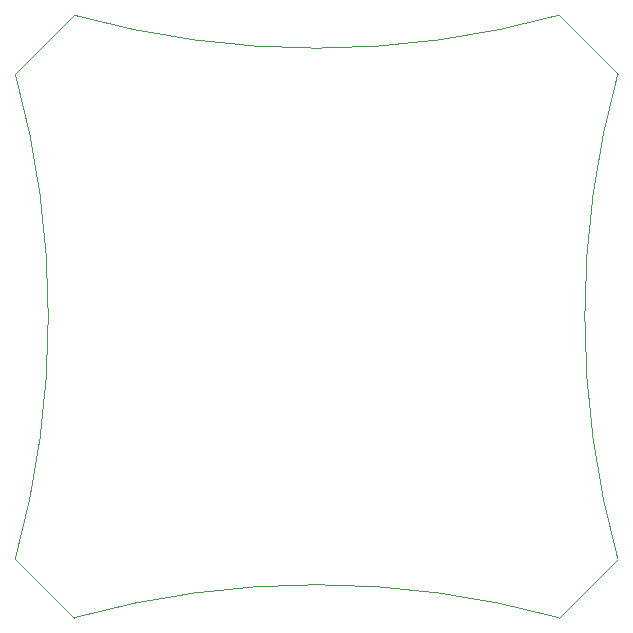
<source format=gm1>
%TF.GenerationSoftware,KiCad,Pcbnew,(5.1.9-0-10_14)*%
%TF.CreationDate,2021-01-25T23:13:15-08:00*%
%TF.ProjectId,flight-computer-2,666c6967-6874-42d6-936f-6d7075746572,rev?*%
%TF.SameCoordinates,PX57bcf00PY58b1140*%
%TF.FileFunction,Profile,NP*%
%FSLAX46Y46*%
G04 Gerber Fmt 4.6, Leading zero omitted, Abs format (unit mm)*
G04 Created by KiCad (PCBNEW (5.1.9-0-10_14)) date 2021-01-25 23:13:15*
%MOMM*%
%LPD*%
G01*
G04 APERTURE LIST*
%TA.AperFunction,Profile*%
%ADD10C,0.050000*%
%TD*%
G04 APERTURE END LIST*
D10*
X0Y5000000D02*
X5000000Y0D01*
X46000000Y0D02*
X51000000Y5000000D01*
X51000000Y46000000D02*
X46000000Y51000000D01*
X5000000Y51000000D02*
X0Y46000000D01*
X46000000Y51000001D02*
G75*
G02*
X5000001Y51000001I-20500000J73999999D01*
G01*
X51000000Y5000001D02*
G75*
G02*
X51000000Y46000000I73999999J20500000D01*
G01*
X5000001Y0D02*
G75*
G02*
X46000000Y0I20500000J-73999999D01*
G01*
X0Y45999999D02*
G75*
G02*
X0Y5000000I-73999999J-20500000D01*
G01*
M02*

</source>
